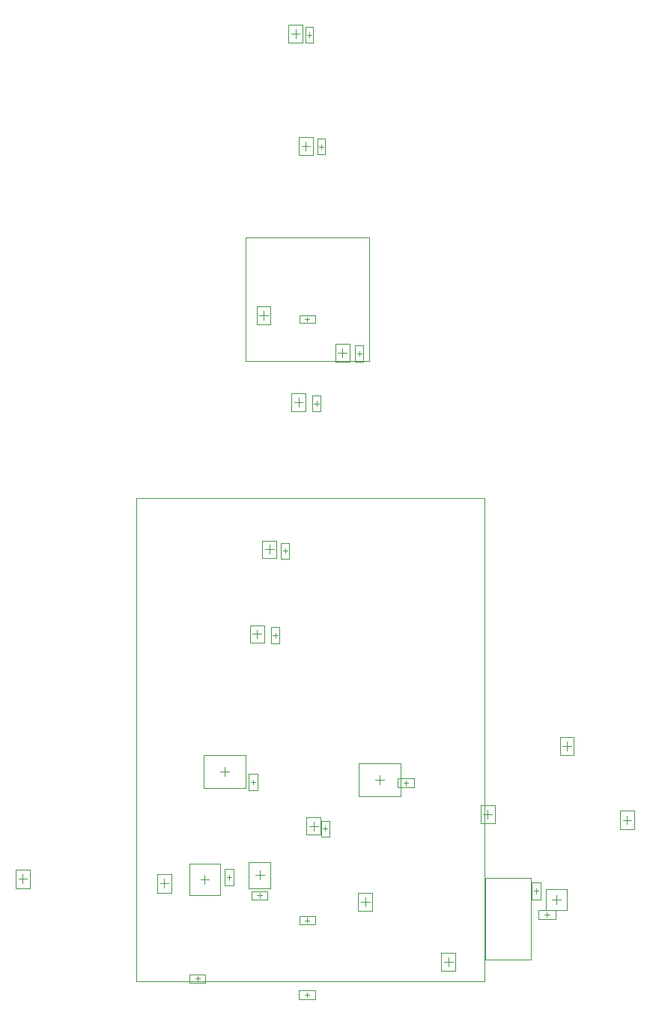
<source format=gbr>
%TF.GenerationSoftware,Altium Limited,Altium Designer,21.4.1 (30)*%
G04 Layer_Color=32768*
%FSLAX26Y26*%
%MOIN*%
%TF.SameCoordinates,C79CEFAC-E130-474B-83DD-F1A68A00FB65*%
%TF.FilePolarity,Positive*%
%TF.FileFunction,Other,Mechanical_15*%
%TF.Part,Single*%
G01*
G75*
%TA.AperFunction,NonConductor*%
%ADD47C,0.003937*%
%ADD71C,0.001968*%
%ADD72C,0.002500*%
D47*
X-498827Y878000D02*
X-477173D01*
X-488000Y867173D02*
Y888827D01*
X1090827Y1228252D02*
X1130197D01*
X1110512Y1208567D02*
Y1247937D01*
X-71795Y5082795D02*
X-32425D01*
X-52110Y5063110D02*
Y5102480D01*
X8315Y1557000D02*
X47685D01*
X28000Y1537315D02*
Y1576685D01*
X-242685Y2411000D02*
X-203315D01*
X-223000Y2391315D02*
Y2430685D01*
X-187685Y2788000D02*
X-148315D01*
X-168000Y2768315D02*
Y2807685D01*
X-58685Y3443000D02*
X-19315D01*
X-39000Y3423315D02*
Y3462685D01*
X137315Y3662000D02*
X176685D01*
X157000Y3642315D02*
Y3681685D01*
X-25575Y4582795D02*
X13795D01*
X-5890Y4563110D02*
Y4602480D01*
X-212000Y1318167D02*
Y1357537D01*
X-231685Y1337852D02*
X-192315D01*
X1424000Y1564315D02*
Y1603685D01*
X1404315Y1584000D02*
X1443685D01*
X1155890Y1892158D02*
Y1931528D01*
X1136205Y1911842D02*
X1175575D01*
X803000Y1590473D02*
Y1629843D01*
X783315Y1610158D02*
X822685D01*
X629000Y933472D02*
Y972843D01*
X609315Y953158D02*
X648685D01*
X258000Y1198315D02*
Y1237685D01*
X238315Y1218000D02*
X277685D01*
X-636000Y1281473D02*
Y1320843D01*
X-655685Y1301158D02*
X-616315D01*
X-1266000Y1301473D02*
Y1340843D01*
X-1285685Y1321158D02*
X-1246315D01*
X-194110Y3809157D02*
Y3848528D01*
X-213795Y3828843D02*
X-174425D01*
X322000Y1742315D02*
Y1781685D01*
X302315Y1762000D02*
X341685D01*
X-386685Y1799000D02*
X-347315D01*
X-367000Y1779315D02*
Y1818685D01*
X221173Y3659000D02*
X242827D01*
X232000Y3648173D02*
Y3669827D01*
X1009173Y1267677D02*
X1030827D01*
X1020000Y1256850D02*
Y1278504D01*
X0Y1126173D02*
Y1147827D01*
X-10827Y1137000D02*
X10827D01*
X-240000Y1742496D02*
Y1764150D01*
X-250827Y1753323D02*
X-229173D01*
X69173Y1545000D02*
X90827D01*
X80000Y1534173D02*
Y1555827D01*
X-212000Y1237173D02*
Y1258827D01*
X-222827Y1248000D02*
X-201173D01*
X-348000Y1317496D02*
Y1339150D01*
X-358827Y1328323D02*
X-337173D01*
X-455803Y1299472D02*
Y1338842D01*
X-475488Y1319157D02*
X-436118D01*
X1056173Y1163000D02*
X1077827D01*
X1067000Y1152173D02*
Y1173827D01*
X429173Y1748000D02*
X450827D01*
X440000Y1737173D02*
Y1758827D01*
X-142000Y2395173D02*
Y2416827D01*
X-152827Y2406000D02*
X-131173D01*
X-108827Y2782000D02*
X-87173D01*
X-98000Y2771173D02*
Y2792827D01*
X30173Y3437284D02*
X51827D01*
X41000Y3426457D02*
Y3448110D01*
X0Y3801173D02*
Y3822827D01*
X-10827Y3812000D02*
X10827D01*
X52173Y4580000D02*
X73827D01*
X63000Y4569173D02*
Y4590827D01*
X-1827Y5077000D02*
X19827D01*
X9000Y5066173D02*
Y5087827D01*
X0Y794173D02*
Y815827D01*
X-10827Y805000D02*
X10827D01*
D71*
X-452567Y860283D02*
Y895716D01*
X-523433Y860283D02*
Y895716D01*
Y860283D02*
X-452567D01*
X-523433Y895716D02*
X-452567D01*
X1064252Y1181992D02*
Y1274512D01*
X1156772Y1181992D02*
Y1274512D01*
X1064252D02*
X1156772D01*
X1064252Y1181992D02*
X1156772D01*
X-20614Y5043425D02*
Y5122165D01*
X-83606Y5043425D02*
Y5122165D01*
X-20614D01*
X-83606Y5043425D02*
X-20614D01*
X59496Y1517630D02*
Y1596370D01*
X-3496Y1517630D02*
Y1596370D01*
X59496D01*
X-3496Y1517630D02*
X59496D01*
X-191504Y2371630D02*
Y2450370D01*
X-254496Y2371630D02*
Y2450370D01*
X-191504D01*
X-254496Y2371630D02*
X-191504D01*
X-136504Y2748630D02*
Y2827370D01*
X-199496Y2748630D02*
Y2827370D01*
X-136504D01*
X-199496Y2748630D02*
X-136504D01*
X-7504Y3403630D02*
Y3482370D01*
X-70496Y3403630D02*
Y3482370D01*
X-7504D01*
X-70496Y3403630D02*
X-7504D01*
X188496Y3622630D02*
Y3701370D01*
X125504Y3622630D02*
Y3701370D01*
X188496D01*
X125504Y3622630D02*
X188496D01*
X25606Y4543425D02*
Y4622165D01*
X-37386Y4543425D02*
Y4622165D01*
X25606D01*
X-37386Y4543425D02*
X25606D01*
X-259244Y1279782D02*
X-164756D01*
X-259244Y1395923D02*
X-164756D01*
X-259244Y1279782D02*
Y1395923D01*
X-164756Y1279782D02*
Y1395923D01*
X1392504Y1543646D02*
X1455496D01*
X1392504Y1624354D02*
X1455496D01*
X1392504Y1543646D02*
Y1624354D01*
X1455496Y1543646D02*
Y1624354D01*
X1124394Y1871488D02*
X1187386D01*
X1124394Y1952197D02*
X1187386D01*
X1124394Y1871488D02*
Y1952197D01*
X1187386Y1871488D02*
Y1952197D01*
X771504Y1569803D02*
X834496D01*
X771504Y1650512D02*
X834496D01*
X771504Y1569803D02*
Y1650512D01*
X834496Y1569803D02*
Y1650512D01*
X597504Y912803D02*
X660496D01*
X597504Y993512D02*
X660496D01*
X597504Y912803D02*
Y993512D01*
X660496Y912803D02*
Y993512D01*
X226504Y1177646D02*
X289496D01*
X226504Y1258354D02*
X289496D01*
X226504Y1177646D02*
Y1258354D01*
X289496Y1177646D02*
Y1258354D01*
X-667496Y1260803D02*
X-604504D01*
X-667496Y1341512D02*
X-604504D01*
X-667496Y1260803D02*
Y1341512D01*
X-604504Y1260803D02*
Y1341512D01*
X-1297496Y1280803D02*
X-1234504D01*
X-1297496Y1361512D02*
X-1234504D01*
X-1297496Y1280803D02*
Y1361512D01*
X-1234504Y1280803D02*
Y1361512D01*
X-225606Y3788488D02*
X-162614D01*
X-225606Y3869197D02*
X-162614D01*
X-225606Y3788488D02*
Y3869197D01*
X-162614Y3788488D02*
Y3869197D01*
X229480Y1834835D02*
X414520D01*
X229480Y1689165D02*
X414520D01*
Y1834835D01*
X229480Y1689165D02*
Y1834835D01*
X-459520Y1726165D02*
Y1871835D01*
X-274480Y1726165D02*
Y1871835D01*
X-459520Y1726165D02*
X-274480D01*
X-459520Y1871835D02*
X-274480D01*
X214284Y3623567D02*
Y3694433D01*
X249717Y3623567D02*
Y3694433D01*
X214284Y3623567D02*
X249717D01*
X214284Y3694433D02*
X249717D01*
X1000315Y1230276D02*
Y1305079D01*
X1039685Y1230276D02*
Y1305079D01*
X1000315Y1230276D02*
X1039685D01*
X1000315Y1305079D02*
X1039685D01*
X-35433Y1154716D02*
X35433D01*
X-35433Y1119283D02*
X35433D01*
X-35433D02*
Y1154716D01*
X35433Y1119283D02*
Y1154716D01*
X-259685Y1715921D02*
X-220315D01*
X-259685Y1790724D02*
X-220315D01*
X-259685Y1715921D02*
Y1790724D01*
X-220315Y1715921D02*
Y1790724D01*
X62283Y1509567D02*
Y1580433D01*
X97717Y1509567D02*
Y1580433D01*
X62283Y1509567D02*
X97717D01*
X62283Y1580433D02*
X97717D01*
X-247433Y1265716D02*
X-176567D01*
X-247433Y1230283D02*
X-176567D01*
X-247433D02*
Y1265716D01*
X-176567Y1230283D02*
Y1265716D01*
X-367685Y1290921D02*
X-328315D01*
X-367685Y1365724D02*
X-328315D01*
X-367685Y1290921D02*
Y1365724D01*
X-328315Y1290921D02*
Y1365724D01*
X-525685Y1389039D02*
X-385921D01*
X-525685Y1249276D02*
X-385921D01*
Y1389039D01*
X-525685Y1249276D02*
Y1389039D01*
X1104401Y1143315D02*
Y1182685D01*
X1029598Y1143315D02*
Y1182685D01*
Y1143315D02*
X1104401D01*
X1029598Y1182685D02*
X1104401D01*
X477401Y1728315D02*
Y1767685D01*
X402598Y1728315D02*
Y1767685D01*
Y1728315D02*
X477401D01*
X402598Y1767685D02*
X477401D01*
X-159716Y2441433D02*
X-124283D01*
X-159716Y2370567D02*
X-124283D01*
Y2441433D01*
X-159716Y2370567D02*
Y2441433D01*
X-115716Y2746567D02*
Y2817433D01*
X-80283Y2746567D02*
Y2817433D01*
X-115716Y2746567D02*
X-80283D01*
X-115716Y2817433D02*
X-80283D01*
X23284Y3401850D02*
Y3472716D01*
X58717Y3401850D02*
Y3472716D01*
X23284Y3401850D02*
X58717D01*
X23284Y3472716D02*
X58717D01*
X-35433Y3794284D02*
X35433D01*
X-35433Y3829717D02*
X35433D01*
Y3794284D02*
Y3829717D01*
X-35433Y3794284D02*
Y3829717D01*
X45283Y4544567D02*
Y4615433D01*
X80717Y4544567D02*
Y4615433D01*
X45283Y4544567D02*
X80717D01*
X45283Y4615433D02*
X80717D01*
X-8716Y5041567D02*
Y5112433D01*
X26717Y5041567D02*
Y5112433D01*
X-8716Y5041567D02*
X26717D01*
X-8716Y5112433D02*
X26717D01*
X-37402Y824685D02*
X37401D01*
X-37402Y785315D02*
X37401D01*
X-37402D02*
Y824685D01*
X37401Y785315D02*
Y824685D01*
D72*
X-759252Y865000D02*
Y3015000D01*
X790748Y865000D02*
Y3015000D01*
X-759252Y865000D02*
X790748D01*
X-759252Y3015000D02*
X790748D01*
X275000Y3626000D02*
Y4176000D01*
X-275000Y3626000D02*
Y4176000D01*
X275000D01*
X-275000Y3626000D02*
X275000D01*
X791500Y960875D02*
X996500D01*
X791500Y1327125D02*
X996500D01*
X791500Y960875D02*
Y1327125D01*
X996500Y960875D02*
Y1327125D01*
%TF.MD5,c91181e371b02ee5a495351f95bc5769*%
M02*

</source>
